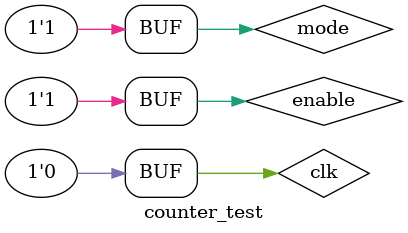
<source format=v>
`timescale 1ns / 1ps


module counter_test;

	// Inputs
	reg enable;
	reg mode;
	reg clk;

	// Outputs
	wire [2:0] out;

	// Instantiate the Unit Under Test (UUT)
	seven_bit_counter uut (
		.enable(enable), 
		.mode(mode), 
		.clk(clk), 
		.out(out)
	);

	initial begin
		// Initialize Inputs
		enable = 1;
		mode = 1;

		
        
		// Add stimulus here

	end
	
	initial begin
		
		clk = 0;
		repeat(100) #50 clk = ~clk;
		
	end
      
endmodule


</source>
